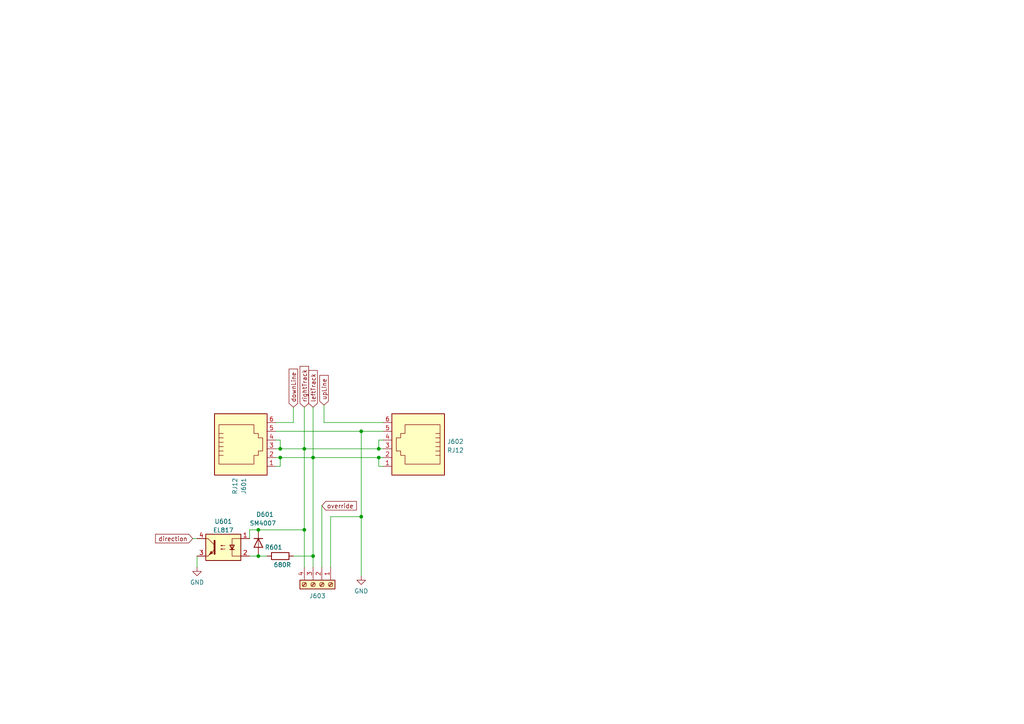
<source format=kicad_sch>
(kicad_sch (version 20211123) (generator eeschema)
  (paper "A4")
  (lib_symbols
    (symbol "Connector:RJ12" (pin_names (offset 1.016))
      (property "Reference" "J" (at -5.08 11.43 0))
      (property "Value" "RJ12" (at 2.54 11.43 0))
      (symbol "RJ12_0_1"
        (polyline (pts (xy -6.35 -1.905) (xy -5.08 -1.905) (xy -5.08 -1.905)))
        (polyline (pts (xy -6.35 -0.635) (xy -5.08 -0.635) (xy -5.08 -0.635)))
        (polyline (pts (xy -6.35 0.635) (xy -5.08 0.635) (xy -5.08 0.635)))
        (polyline (pts (xy -6.35 1.905) (xy -5.08 1.905) (xy -5.08 1.905)))
        (polyline (pts (xy -6.35 3.175) (xy -5.08 3.175) (xy -5.08 3.175)))
        (polyline (pts (xy -5.08 4.445) (xy -6.35 4.445) (xy -6.35 4.445)))
        (polyline (pts (xy -6.35 -4.445) (xy -6.35 6.985) (xy 3.81 6.985) (xy 3.81 4.445) (xy 5.08 4.445) (xy 5.08 3.175) (xy 6.35 3.175) (xy 6.35 -0.635) (xy 5.08 -0.635) (xy 5.08 -1.905) (xy 3.81 -1.905) (xy 3.81 -4.445) (xy -6.35 -4.445) (xy -6.35 -4.445)))
        (rectangle (start 7.62 10.16) (end -7.62 -7.62) (stroke (width 0.254)) (fill (type background)))
      )
      (symbol "RJ12_1_1"
        (pin passive line (at 10.16 -5.08 180) (length 2.54) (name "~") (number "1"))
        (pin passive line (at 10.16 -2.54 180) (length 2.54) (name "~") (number "2"))
        (pin passive line (at 10.16 0 180) (length 2.54) (name "~") (number "3"))
        (pin passive line (at 10.16 2.54 180) (length 2.54) (name "~") (number "4"))
        (pin passive line (at 10.16 5.08 180) (length 2.54) (name "~") (number "5"))
        (pin passive line (at 10.16 7.62 180) (length 2.54) (name "~") (number "6"))
      )
    )
    (symbol "Connector:Screw_Terminal_01x04" (pin_names (offset 1.016) hide)
      (property "Reference" "J" (at 0 5.08 0))
      (property "Value" "Screw_Terminal_01x04" (at 0 -7.62 0))
      (symbol "Screw_Terminal_01x04_1_1"
        (rectangle (start -1.27 3.81) (end 1.27 -6.35) (stroke (width 0.254)) (fill (type background)))
        (circle (center 0 -5.08) (radius 0.635) (stroke (width 0.1524)))
        (circle (center 0 -2.54) (radius 0.635) (stroke (width 0.1524)))
        (polyline (pts (xy -0.5334 -4.7498) (xy 0.3302 -5.588)) (stroke (width 0.1524)))
        (polyline (pts (xy -0.5334 -2.2098) (xy 0.3302 -3.048)) (stroke (width 0.1524)))
        (polyline (pts (xy -0.5334 0.3302) (xy 0.3302 -0.508)) (stroke (width 0.1524)))
        (polyline (pts (xy -0.5334 2.8702) (xy 0.3302 2.032)) (stroke (width 0.1524)))
        (polyline (pts (xy -0.3556 -4.572) (xy 0.508 -5.4102)) (stroke (width 0.1524)))
        (polyline (pts (xy -0.3556 -2.032) (xy 0.508 -2.8702)) (stroke (width 0.1524)))
        (polyline (pts (xy -0.3556 0.508) (xy 0.508 -0.3302)) (stroke (width 0.1524)))
        (polyline (pts (xy -0.3556 3.048) (xy 0.508 2.2098)) (stroke (width 0.1524)))
        (circle (center 0 0) (radius 0.635) (stroke (width 0.1524)))
        (circle (center 0 2.54) (radius 0.635) (stroke (width 0.1524)))
        (pin passive line (at -5.08 2.54 0) (length 3.81) (name "Pin_1") (number "1"))
        (pin passive line (at -5.08 0 0) (length 3.81) (name "Pin_2") (number "2"))
        (pin passive line (at -5.08 -2.54 0) (length 3.81) (name "Pin_3") (number "3"))
        (pin passive line (at -5.08 -5.08 0) (length 3.81) (name "Pin_4") (number "4"))
      )
    )
    (symbol "Device:R" (pin_numbers hide) (pin_names (offset 0))
      (property "Reference" "R" (at 2.032 0 90))
      (property "Value" "R" (at 0 0 90))
      (symbol "R_0_1"
        (rectangle (start -1.016 -2.54) (end 1.016 2.54) (stroke (width 0.254)))
      )
      (symbol "R_1_1"
        (pin passive line (at 0 3.81 270) (length 1.27) (name "~") (number "1"))
        (pin passive line (at 0 -3.81 90) (length 1.27) (name "~") (number "2"))
      )
    )
    (symbol "Diode:SM4007" (pin_numbers hide) (pin_names (offset 1.016) hide)
      (property "Reference" "D" (at 0 2.54 0))
      (property "Value" "SM4007" (at 0 -2.54 0))
      (symbol "SM4007_0_1"
        (polyline (pts (xy -1.27 1.27) (xy -1.27 -1.27)) (stroke (width 0.254)))
        (polyline (pts (xy 1.27 0) (xy -1.27 0)))
        (polyline (pts (xy 1.27 1.27) (xy 1.27 -1.27) (xy -1.27 0) (xy 1.27 1.27)) (stroke (width 0.254)))
      )
      (symbol "SM4007_1_1"
        (pin passive line (at -3.81 0 0) (length 2.54) (name "K") (number "1"))
        (pin passive line (at 3.81 0 180) (length 2.54) (name "A") (number "2"))
      )
    )
    (symbol "Isolator:EL817" (pin_names (offset 1.016))
      (property "Reference" "U" (at -5.08 5.08 0))
      (property "Value" "EL817" (at 0 5.08 0))
      (symbol "EL817_0_1"
        (rectangle (start -5.08 3.81) (end 5.08 -3.81) (stroke (width 0.254)) (fill (type background)))
        (polyline (pts (xy -3.175 -0.635) (xy -1.905 -0.635)) (stroke (width 0.254)))
        (polyline (pts (xy 2.54 0.635) (xy 4.445 2.54)))
        (polyline (pts (xy 4.445 -2.54) (xy 2.54 -0.635)) (fill (type outline)))
        (polyline (pts (xy 4.445 -2.54) (xy 5.08 -2.54)))
        (polyline (pts (xy 4.445 2.54) (xy 5.08 2.54)))
        (polyline (pts (xy -5.08 2.54) (xy -2.54 2.54) (xy -2.54 -0.635)))
        (polyline (pts (xy -2.54 -0.635) (xy -2.54 -2.54) (xy -5.08 -2.54)))
        (polyline (pts (xy 2.54 1.905) (xy 2.54 -1.905) (xy 2.54 -1.905)) (stroke (width 0.508)))
        (polyline (pts (xy -2.54 -0.635) (xy -3.175 0.635) (xy -1.905 0.635) (xy -2.54 -0.635)) (stroke (width 0.254)))
        (polyline (pts (xy -0.508 -0.508) (xy 0.762 -0.508) (xy 0.381 -0.635) (xy 0.381 -0.381) (xy 0.762 -0.508)))
        (polyline (pts (xy -0.508 0.508) (xy 0.762 0.508) (xy 0.381 0.381) (xy 0.381 0.635) (xy 0.762 0.508)))
        (polyline (pts (xy 3.048 -1.651) (xy 3.556 -1.143) (xy 4.064 -2.159) (xy 3.048 -1.651) (xy 3.048 -1.651)) (fill (type outline)))
      )
      (symbol "EL817_1_1"
        (pin passive line (at -7.62 2.54 0) (length 2.54) (name "~") (number "1"))
        (pin passive line (at -7.62 -2.54 0) (length 2.54) (name "~") (number "2"))
        (pin passive line (at 7.62 -2.54 180) (length 2.54) (name "~") (number "3"))
        (pin passive line (at 7.62 2.54 180) (length 2.54) (name "~") (number "4"))
      )
    )
    (symbol "power:GND" (power) (pin_names (offset 0))
      (property "Value" "GND" (at 0 -3.81 0))
      (symbol "GND_0_1"
        (polyline (pts (xy 0 0) (xy 0 -1.27) (xy 1.27 -1.27) (xy 0 -2.54) (xy -1.27 -1.27) (xy 0 -1.27)))
      )
      (symbol "GND_1_1"
        (pin power_in line (at 0 0 270) (length 0) hide (name "GND") (number "1"))
      )
    )
  )
  (junction (at 88.265 153.67))
  (junction (at 74.93 161.29))
  (junction (at 90.805 161.29))
  (junction (at 109.855 132.715))
  (junction (at 104.775 149.86))
  (junction (at 74.93 153.67))
  (junction (at 104.775 125.095))
  (junction (at 90.805 132.715))
  (junction (at 81.28 130.175))
  (junction (at 109.855 130.175))
  (junction (at 81.28 132.715))
  (junction (at 88.265 130.175))
  (wire (pts (xy 80.01 130.175) (xy 81.28 130.175)))
  (wire (pts (xy 90.805 161.29) (xy 90.805 164.465)))
  (wire (pts (xy 81.28 132.715) (xy 90.805 132.715)))
  (wire (pts (xy 57.15 161.29) (xy 57.15 164.465)))
  (wire (pts (xy 72.39 153.67) (xy 72.39 156.21)))
  (wire (pts (xy 74.93 161.29) (xy 77.47 161.29)))
  (wire (pts (xy 80.01 132.715) (xy 81.28 132.715)))
  (wire (pts (xy 72.39 161.29) (xy 74.93 161.29)))
  (wire (pts (xy 88.265 118.11) (xy 88.265 130.175)))
  (wire (pts (xy 109.855 132.715) (xy 109.855 135.255)))
  (wire (pts (xy 80.01 127.635) (xy 81.28 127.635)))
  (wire (pts (xy 88.265 130.175) (xy 88.265 153.67)))
  (wire (pts (xy 90.805 118.11) (xy 90.805 132.715)))
  (wire (pts (xy 74.93 153.67) (xy 88.265 153.67)))
  (wire (pts (xy 85.09 118.11) (xy 85.09 122.555)))
  (wire (pts (xy 104.775 149.86) (xy 104.775 167.005)))
  (wire (pts (xy 90.805 132.715) (xy 109.855 132.715)))
  (wire (pts (xy 88.265 153.67) (xy 88.265 164.465)))
  (wire (pts (xy 90.805 132.715) (xy 90.805 161.29)))
  (wire (pts (xy 104.775 125.095) (xy 111.125 125.095)))
  (wire (pts (xy 85.09 161.29) (xy 90.805 161.29)))
  (wire (pts (xy 93.345 146.685) (xy 93.345 164.465)))
  (wire (pts (xy 88.265 130.175) (xy 109.855 130.175)))
  (wire (pts (xy 109.855 127.635) (xy 109.855 130.175)))
  (wire (pts (xy 109.855 130.175) (xy 111.125 130.175)))
  (wire (pts (xy 93.98 122.555) (xy 111.125 122.555)))
  (wire (pts (xy 111.125 127.635) (xy 109.855 127.635)))
  (wire (pts (xy 95.885 149.86) (xy 104.775 149.86)))
  (wire (pts (xy 80.01 122.555) (xy 85.09 122.555)))
  (wire (pts (xy 55.88 156.21) (xy 57.15 156.21)))
  (wire (pts (xy 81.28 132.715) (xy 81.28 135.255)))
  (wire (pts (xy 93.98 117.475) (xy 93.98 122.555)))
  (wire (pts (xy 81.28 127.635) (xy 81.28 130.175)))
  (wire (pts (xy 80.01 135.255) (xy 81.28 135.255)))
  (wire (pts (xy 109.855 132.715) (xy 111.125 132.715)))
  (wire (pts (xy 109.855 135.255) (xy 111.125 135.255)))
  (wire (pts (xy 80.01 125.095) (xy 104.775 125.095)))
  (wire (pts (xy 72.39 153.67) (xy 74.93 153.67)))
  (wire (pts (xy 104.775 125.095) (xy 104.775 149.86)))
  (wire (pts (xy 95.885 164.465) (xy 95.885 149.86)))
  (wire (pts (xy 81.28 130.175) (xy 88.265 130.175)))
  (global_label "upLine" (shape input) (at 93.98 117.475 90) (property "Intersheet References" "${INTERSHEET_REFS}" (effects hide)))
  (global_label "direction" (shape input) (at 55.88 156.21 180) (property "Intersheet References" "${INTERSHEET_REFS}" (effects hide)))
  (global_label "downLine" (shape input) (at 85.09 118.11 90) (property "Intersheet References" "${INTERSHEET_REFS}" (effects hide)))
  (global_label "rightTrack" (shape input) (at 88.265 118.11 90) (property "Intersheet References" "${INTERSHEET_REFS}" (effects hide)))
  (global_label "leftTrack" (shape input) (at 90.805 118.11 90) (property "Intersheet References" "${INTERSHEET_REFS}" (effects hide)))
  (global_label "override" (shape input) (at 93.345 146.685 0) (property "Intersheet References" "${INTERSHEET_REFS}" (effects hide)))
  (symbol (lib_id "Diode:SM4007") (at 74.93 157.48 270) (unit 1)
    (property "Reference" "D601" (at 74.295 149.225 90) (effects (justify left)))
    (property "Value" "SM4007" (at 72.39 151.765 90) (effects (justify left)))
    (property "Footprint" "Diode_SMD:D_SOD-123F" (effects hide))
    (property "Datasheet" "http://cdn-reichelt.de/documents/datenblatt/A400/SMD1N400%23DIO.pdf" (effects hide))
    (property "JLCPCB Part#" "C64898" (effects hide))
  )
  (symbol (lib_id "Isolator:EL817") (at 64.77 158.75 0) (mirror y) (unit 1)
    (property "Reference" "U601" (at 64.77 151.2402 0))
    (property "Value" "EL817" (at 64.77 153.7771 0))
    (property "Footprint" "Package_DIP:SMDIP-4_W9.53mm" (effects hide))
    (property "Datasheet" "http://www.everlight.com/file/ProductFile/EL817.pdf" (effects hide))
    (property "JLCPCB Part#" "C106900" (effects hide))
  )
  (symbol (lib_id "power:GND") (at 104.775 167.005 0) (unit 1)
    (property "Reference" "#PWR0602" (effects hide))
    (property "Value" "GND" (at 104.775 171.4484 0))
  )
  (symbol (lib_id "Connector:RJ12") (at 121.285 130.175 0) (mirror y) (unit 1)
    (property "Reference" "J602" (at 129.667 128.0703 0) (effects (justify right)))
    (property "Value" "RJ12" (at 129.667 130.6072 0) (effects (justify right)))
    (property "Footprint" "Connector_RJ:RJ25_Wayconn_MJEA-660X1_Horizontal" (effects hide))
  )
  (symbol (lib_id "Connector:RJ12") (at 69.85 130.175 0) (unit 1)
    (property "Reference" "J601" (at 70.6847 138.557 90) (effects (justify right)))
    (property "Value" "RJ12" (at 68.1478 138.557 90) (effects (justify right)))
    (property "Footprint" "Connector_RJ:RJ25_Wayconn_MJEA-660X1_Horizontal" (effects hide))
  )
  (symbol (lib_id "power:GND") (at 57.15 164.465 0) (unit 1)
    (property "Reference" "#PWR0601" (effects hide))
    (property "Value" "GND" (at 57.15 168.9084 0))
  )
  (symbol (lib_id "Connector:Screw_Terminal_01x04") (at 93.345 169.545 270) (unit 1)
    (property "Reference" "J603" (at 92.075 172.8454 90))
    (property "Value" "Screw_Terminal_01x04" (effects hide))
    (property "Footprint" "TerminalBlock_Phoenix:TerminalBlock_Phoenix_MKDS-1,5-4-5.08_1x04_P5.08mm_Horizontal" (effects hide))
  )
  (symbol (lib_id "Device:R") (at 81.28 161.29 90) (mirror x) (unit 1)
    (property "Reference" "R601" (at 81.915 158.75 90) (effects (justify left)))
    (property "Value" "680R" (at 84.455 163.83 90) (effects (justify left)))
    (property "Footprint" "Resistor_SMD:R_0805_2012Metric_Pad1.20x1.40mm_HandSolder" (effects hide))
    (property "JLCPCB Part#" "C17798" (effects hide))
  )
)
</source>
